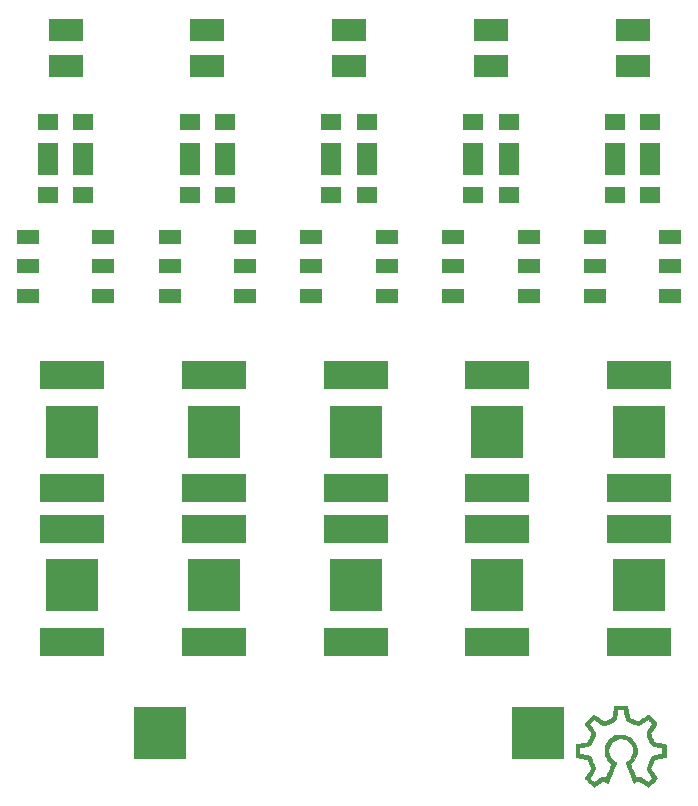
<source format=gbr>
G04 #@! TF.GenerationSoftware,KiCad,Pcbnew,no-vcs-found-e10f0c7~59~ubuntu14.04.1*
G04 #@! TF.CreationDate,2017-08-11T12:14:55+02:00*
G04 #@! TF.ProjectId,_Gauge,B347617567652E6B696361645F706362,rev?*
G04 #@! TF.SameCoordinates,Original*
G04 #@! TF.FileFunction,Soldermask,Top*
G04 #@! TF.FilePolarity,Negative*
%FSLAX46Y46*%
G04 Gerber Fmt 4.6, Leading zero omitted, Abs format (unit mm)*
G04 Created by KiCad (PCBNEW no-vcs-found-e10f0c7~59~ubuntu14.04.1) date Fri Aug 11 12:14:55 2017*
%MOMM*%
%LPD*%
G01*
G04 APERTURE LIST*
%ADD10C,0.010000*%
%ADD11R,4.400000X4.400000*%
%ADD12R,5.480000X2.400000*%
%ADD13R,1.900000X1.200000*%
%ADD14R,3.000000X1.900000*%
%ADD15R,1.700000X1.400000*%
G04 APERTURE END LIST*
D10*
G36*
X123537735Y-125741625D02*
X123545436Y-125782837D01*
X123558281Y-125853690D01*
X123574094Y-125942129D01*
X123582637Y-125990333D01*
X123603970Y-126108801D01*
X123628916Y-126243958D01*
X123652876Y-126370960D01*
X123658333Y-126399347D01*
X123675591Y-126493449D01*
X123689136Y-126576358D01*
X123697130Y-126636343D01*
X123698500Y-126656047D01*
X123700913Y-126684513D01*
X123712045Y-126708378D01*
X123737739Y-126731405D01*
X123783837Y-126757354D01*
X123856182Y-126789987D01*
X123960616Y-126833067D01*
X123994935Y-126846923D01*
X124092547Y-126886452D01*
X124178874Y-126921790D01*
X124244606Y-126949101D01*
X124280430Y-126964547D01*
X124280584Y-126964618D01*
X124359184Y-126999100D01*
X124414830Y-127013665D01*
X124462353Y-127007482D01*
X124516586Y-126979716D01*
X124563943Y-126948704D01*
X124625472Y-126906802D01*
X124672022Y-126874177D01*
X124693334Y-126858043D01*
X124713920Y-126842844D01*
X124762802Y-126808796D01*
X124833115Y-126760627D01*
X124917992Y-126703065D01*
X124936750Y-126690411D01*
X125028391Y-126628295D01*
X125111349Y-126571423D01*
X125177142Y-126525653D01*
X125217289Y-126496844D01*
X125220063Y-126494742D01*
X125267762Y-126466508D01*
X125304963Y-126456000D01*
X125329040Y-126470443D01*
X125378149Y-126510998D01*
X125447734Y-126573501D01*
X125533236Y-126653789D01*
X125630098Y-126747699D01*
X125697610Y-126814691D01*
X125812383Y-126928549D01*
X125900674Y-127016628D01*
X125964079Y-127084828D01*
X126004197Y-127139049D01*
X126022626Y-127185192D01*
X126020962Y-127229157D01*
X126000804Y-127276844D01*
X125963750Y-127334154D01*
X125911397Y-127406987D01*
X125872731Y-127461416D01*
X125799111Y-127567358D01*
X125715653Y-127688236D01*
X125636236Y-127803922D01*
X125607085Y-127846620D01*
X125474451Y-128041323D01*
X125517809Y-128136500D01*
X125542919Y-128193788D01*
X125558571Y-128233671D01*
X125561167Y-128243332D01*
X125569463Y-128266635D01*
X125591553Y-128318513D01*
X125623242Y-128389221D01*
X125635250Y-128415372D01*
X125669186Y-128489981D01*
X125694944Y-128548783D01*
X125708339Y-128582139D01*
X125709334Y-128585957D01*
X125717678Y-128613010D01*
X125738164Y-128660276D01*
X125763970Y-128713759D01*
X125788275Y-128759460D01*
X125804258Y-128783382D01*
X125806005Y-128784333D01*
X125830640Y-128788255D01*
X125885503Y-128798602D01*
X125959362Y-128813246D01*
X125969518Y-128815303D01*
X126071864Y-128835423D01*
X126182240Y-128856127D01*
X126259667Y-128869948D01*
X126354267Y-128886244D01*
X126465118Y-128905364D01*
X126558733Y-128921530D01*
X126635582Y-128933994D01*
X126695101Y-128944989D01*
X126739431Y-128959624D01*
X126770714Y-128983007D01*
X126791091Y-129020250D01*
X126802703Y-129076460D01*
X126807690Y-129156747D01*
X126808195Y-129266220D01*
X126806358Y-129409989D01*
X126805083Y-129509379D01*
X126799417Y-130020869D01*
X126725334Y-130037008D01*
X126660533Y-130050460D01*
X126578337Y-130066673D01*
X126534834Y-130074954D01*
X126454646Y-130090092D01*
X126353987Y-130109256D01*
X126253949Y-130128429D01*
X126249084Y-130129366D01*
X126150340Y-130148074D01*
X126050477Y-130166502D01*
X125970196Y-130180832D01*
X125966404Y-130181487D01*
X125884773Y-130198819D01*
X125832795Y-130222888D01*
X125797922Y-130263789D01*
X125767606Y-130331618D01*
X125762329Y-130345675D01*
X125733920Y-130419610D01*
X125706001Y-130488228D01*
X125696847Y-130509416D01*
X125676981Y-130555774D01*
X125646162Y-130629706D01*
X125609241Y-130719514D01*
X125584101Y-130781278D01*
X125499644Y-130989639D01*
X125550614Y-131067028D01*
X125584310Y-131117343D01*
X125634354Y-131191045D01*
X125692977Y-131276727D01*
X125733023Y-131334916D01*
X125830495Y-131476492D01*
X125906224Y-131587315D01*
X125962755Y-131671309D01*
X126002634Y-131732392D01*
X126028406Y-131774486D01*
X126042617Y-131801512D01*
X126047812Y-131817391D01*
X126048000Y-131820074D01*
X126033577Y-131841228D01*
X125993704Y-131886597D01*
X125933474Y-131951086D01*
X125857978Y-132029598D01*
X125772311Y-132117037D01*
X125681564Y-132208308D01*
X125590831Y-132298315D01*
X125505205Y-132381961D01*
X125429777Y-132454151D01*
X125369641Y-132509789D01*
X125329890Y-132543779D01*
X125316524Y-132552000D01*
X125292357Y-132541128D01*
X125244918Y-132513419D01*
X125185672Y-132476232D01*
X125126085Y-132436927D01*
X125077620Y-132402863D01*
X125053167Y-132382952D01*
X125025946Y-132361322D01*
X124972455Y-132323468D01*
X124900317Y-132274375D01*
X124817151Y-132219024D01*
X124730581Y-132162401D01*
X124648228Y-132109489D01*
X124577713Y-132065270D01*
X124526658Y-132034729D01*
X124502684Y-132022849D01*
X124502413Y-132022833D01*
X124473480Y-132032251D01*
X124418086Y-132057257D01*
X124346830Y-132092980D01*
X124326537Y-132103675D01*
X124232665Y-132153436D01*
X124168862Y-132184290D01*
X124127531Y-132196661D01*
X124101076Y-132190966D01*
X124081901Y-132167628D01*
X124062409Y-132127065D01*
X124058526Y-132118506D01*
X124033702Y-132061908D01*
X124018381Y-132022923D01*
X124016000Y-132014038D01*
X124008023Y-131990359D01*
X123987228Y-131939658D01*
X123961504Y-131880585D01*
X123927352Y-131803807D01*
X123895866Y-131732837D01*
X123879029Y-131694750D01*
X123860616Y-131650847D01*
X123830846Y-131577524D01*
X123793753Y-131484799D01*
X123753368Y-131382690D01*
X123751229Y-131377250D01*
X123709489Y-131272225D01*
X123669417Y-131173486D01*
X123635538Y-131092057D01*
X123612379Y-131038960D01*
X123612204Y-131038583D01*
X123571215Y-130946313D01*
X123529462Y-130845957D01*
X123490021Y-130745737D01*
X123455971Y-130653873D01*
X123430388Y-130578587D01*
X123416347Y-130528101D01*
X123415072Y-130511822D01*
X123435728Y-130489654D01*
X123482788Y-130450795D01*
X123547574Y-130402245D01*
X123575457Y-130382416D01*
X123744507Y-130240678D01*
X123877706Y-130078816D01*
X123973798Y-129899655D01*
X124031532Y-129706021D01*
X124049654Y-129500737D01*
X124036789Y-129342757D01*
X124012782Y-129215092D01*
X123980069Y-129110877D01*
X123931436Y-129011753D01*
X123866625Y-128909554D01*
X123746518Y-128761981D01*
X123602522Y-128640838D01*
X123428239Y-128541237D01*
X123328084Y-128498122D01*
X123236691Y-128474156D01*
X123118297Y-128459820D01*
X122987155Y-128455232D01*
X122857513Y-128460511D01*
X122743623Y-128475778D01*
X122680273Y-128492697D01*
X122481869Y-128585690D01*
X122308356Y-128711592D01*
X122162963Y-128867089D01*
X122048918Y-129048869D01*
X121983509Y-129207666D01*
X121966638Y-129286134D01*
X121955822Y-129394842D01*
X121952250Y-129514583D01*
X121954286Y-129625664D01*
X121961850Y-129709106D01*
X121977127Y-129779472D01*
X122002304Y-129851325D01*
X122003072Y-129853250D01*
X122106052Y-130056770D01*
X122240639Y-130232461D01*
X122405897Y-130379224D01*
X122507211Y-130445855D01*
X122567473Y-130490659D01*
X122589213Y-130534094D01*
X122577349Y-130579045D01*
X122555915Y-130622698D01*
X122529623Y-130681680D01*
X122526380Y-130689333D01*
X122499058Y-130754738D01*
X122460987Y-130846512D01*
X122415298Y-130957047D01*
X122365120Y-131078732D01*
X122313584Y-131203957D01*
X122263820Y-131325112D01*
X122218957Y-131434586D01*
X122182126Y-131524771D01*
X122156458Y-131588056D01*
X122147664Y-131610083D01*
X122115842Y-131688374D01*
X122081393Y-131769333D01*
X122076958Y-131779416D01*
X122053549Y-131833311D01*
X122038933Y-131868848D01*
X122036917Y-131874666D01*
X122027505Y-131898846D01*
X122006871Y-131947160D01*
X121996876Y-131969916D01*
X121963934Y-132045932D01*
X121931683Y-132122685D01*
X121927342Y-132133282D01*
X121902245Y-132181673D01*
X121878717Y-132206455D01*
X121873054Y-132207365D01*
X121844827Y-132195704D01*
X121790229Y-132169011D01*
X121720020Y-132132587D01*
X121704952Y-132124548D01*
X121612532Y-132075612D01*
X121546608Y-132046045D01*
X121496055Y-132035809D01*
X121449745Y-132044866D01*
X121396553Y-132073175D01*
X121325354Y-132120700D01*
X121321659Y-132123214D01*
X121165504Y-132229657D01*
X121031390Y-132321512D01*
X120922223Y-132396772D01*
X120840912Y-132453428D01*
X120790361Y-132489472D01*
X120777500Y-132499161D01*
X120748125Y-132520969D01*
X120721260Y-132533566D01*
X120692590Y-132534189D01*
X120657799Y-132520073D01*
X120612569Y-132488454D01*
X120552584Y-132436569D01*
X120473528Y-132361653D01*
X120371083Y-132260943D01*
X120308551Y-132198867D01*
X120208152Y-132097674D01*
X120118693Y-132004783D01*
X120044365Y-131924773D01*
X119989361Y-131862221D01*
X119957875Y-131821705D01*
X119952000Y-131809542D01*
X119964322Y-131768027D01*
X119990861Y-131724062D01*
X120018406Y-131686350D01*
X120063111Y-131623046D01*
X120118362Y-131543586D01*
X120167232Y-131472500D01*
X120233549Y-131375707D01*
X120301803Y-131276392D01*
X120362274Y-131188687D01*
X120392927Y-131144416D01*
X120446122Y-131062140D01*
X120473628Y-131001794D01*
X120478141Y-130953903D01*
X120462354Y-130908988D01*
X120460722Y-130906004D01*
X120446162Y-130874145D01*
X120419537Y-130810615D01*
X120384043Y-130723232D01*
X120342873Y-130619812D01*
X120320297Y-130562333D01*
X120277690Y-130454866D01*
X120239191Y-130360589D01*
X120207928Y-130286945D01*
X120187024Y-130241374D01*
X120181155Y-130231072D01*
X120162208Y-130218074D01*
X120122475Y-130204009D01*
X120057338Y-130187804D01*
X119962178Y-130168386D01*
X119832380Y-130144684D01*
X119740334Y-130128710D01*
X119642019Y-130111194D01*
X119541157Y-130092149D01*
X119465167Y-130076854D01*
X119388459Y-130061377D01*
X119319843Y-130048820D01*
X119291136Y-130044295D01*
X119240326Y-130033741D01*
X119211761Y-130022950D01*
X119204242Y-129997017D01*
X119198229Y-129930679D01*
X119193799Y-129825842D01*
X119191031Y-129684410D01*
X119190005Y-129508289D01*
X119190001Y-129495767D01*
X119486334Y-129495767D01*
X119486334Y-129772693D01*
X119639792Y-129796697D01*
X119769874Y-129817974D01*
X119904142Y-129841533D01*
X120030912Y-129865196D01*
X120138500Y-129886787D01*
X120211770Y-129903265D01*
X120300774Y-129934667D01*
X120374639Y-129983992D01*
X120438285Y-130057071D01*
X120496630Y-130159736D01*
X120554595Y-130297818D01*
X120562448Y-130318916D01*
X120601528Y-130422248D01*
X120648234Y-130541571D01*
X120693563Y-130653945D01*
X120701128Y-130672260D01*
X120752235Y-130810110D01*
X120778072Y-130924191D01*
X120778210Y-131025013D01*
X120752222Y-131123084D01*
X120699682Y-131228914D01*
X120676959Y-131266507D01*
X120569514Y-131432742D01*
X120438173Y-131625787D01*
X120343821Y-131760117D01*
X120342170Y-131780625D01*
X120360975Y-131814609D01*
X120403506Y-131866339D01*
X120473035Y-131940083D01*
X120511635Y-131979212D01*
X120584639Y-132049882D01*
X120648229Y-132106465D01*
X120696056Y-132143660D01*
X120721769Y-132156163D01*
X120723065Y-132155754D01*
X120748747Y-132139068D01*
X120801312Y-132103659D01*
X120872836Y-132054899D01*
X120946834Y-132004064D01*
X121074695Y-131915874D01*
X121172925Y-131848607D01*
X121246938Y-131799442D01*
X121302147Y-131765554D01*
X121343966Y-131744122D01*
X121377810Y-131732322D01*
X121409092Y-131727331D01*
X121443226Y-131726327D01*
X121479178Y-131726500D01*
X121561723Y-131732034D01*
X121634719Y-131746363D01*
X121666350Y-131758172D01*
X121717775Y-131776455D01*
X121740948Y-131768243D01*
X121753470Y-131741556D01*
X121779893Y-131680593D01*
X121818159Y-131590291D01*
X121866210Y-131475583D01*
X121921989Y-131341406D01*
X121983437Y-131192694D01*
X122048497Y-131034382D01*
X122115111Y-130871406D01*
X122123582Y-130850615D01*
X122164380Y-130749644D01*
X122189328Y-130679911D01*
X122198040Y-130633245D01*
X122190126Y-130601476D01*
X122165197Y-130576431D01*
X122122866Y-130549941D01*
X122108897Y-130541770D01*
X122062783Y-130502837D01*
X122003118Y-130435607D01*
X121936413Y-130349061D01*
X121869176Y-130252182D01*
X121807918Y-130153950D01*
X121759149Y-130063348D01*
X121753581Y-130051552D01*
X121673295Y-129829180D01*
X121634427Y-129601218D01*
X121637156Y-129370980D01*
X121681665Y-129141780D01*
X121700666Y-129081102D01*
X121783566Y-128892258D01*
X121898067Y-128713539D01*
X122038109Y-128550493D01*
X122197637Y-128408669D01*
X122370592Y-128293614D01*
X122550917Y-128210876D01*
X122692854Y-128172333D01*
X122810335Y-128157651D01*
X122950397Y-128150736D01*
X123095453Y-128151646D01*
X123227916Y-128160437D01*
X123298736Y-128170368D01*
X123480780Y-128224048D01*
X123659925Y-128314350D01*
X123830394Y-128435662D01*
X123986404Y-128582373D01*
X124122178Y-128748868D01*
X124231934Y-128929536D01*
X124309894Y-129118764D01*
X124323364Y-129165333D01*
X124340316Y-129260741D01*
X124350298Y-129382971D01*
X124353281Y-129517666D01*
X124349239Y-129650467D01*
X124338142Y-129767018D01*
X124324675Y-129837021D01*
X124247472Y-130049161D01*
X124131624Y-130248763D01*
X123975685Y-130438271D01*
X123958086Y-130456500D01*
X123782034Y-130636416D01*
X123855251Y-130816333D01*
X123899619Y-130924634D01*
X123955305Y-131059492D01*
X124017285Y-131208834D01*
X124080533Y-131360585D01*
X124140022Y-131502674D01*
X124190726Y-131623027D01*
X124209127Y-131666382D01*
X124237929Y-131731611D01*
X124258322Y-131764592D01*
X124278128Y-131772177D01*
X124305168Y-131761217D01*
X124312696Y-131757091D01*
X124361798Y-131741516D01*
X124436002Y-131730699D01*
X124504496Y-131727250D01*
X124549082Y-131726662D01*
X124584757Y-131727311D01*
X124616949Y-131731993D01*
X124651087Y-131743505D01*
X124692597Y-131764644D01*
X124746907Y-131798206D01*
X124819446Y-131846989D01*
X124915641Y-131913788D01*
X125040919Y-132001400D01*
X125053167Y-132009956D01*
X125275417Y-132165162D01*
X125663707Y-131783532D01*
X125465941Y-131492612D01*
X125379059Y-131364080D01*
X125313485Y-131264576D01*
X125266258Y-131188441D01*
X125234414Y-131130016D01*
X125214992Y-131083643D01*
X125205029Y-131043664D01*
X125201564Y-131004422D01*
X125201334Y-130987168D01*
X125209326Y-130941272D01*
X125231369Y-130864335D01*
X125264563Y-130764107D01*
X125306008Y-130648340D01*
X125352803Y-130524784D01*
X125402048Y-130401189D01*
X125450844Y-130285306D01*
X125496290Y-130184885D01*
X125518360Y-130139928D01*
X125595308Y-130033180D01*
X125701300Y-129949274D01*
X125820553Y-129898202D01*
X125891106Y-129880958D01*
X125985036Y-129860718D01*
X126092243Y-129839345D01*
X126202629Y-129818704D01*
X126306094Y-129800658D01*
X126392538Y-129787070D01*
X126451862Y-129779805D01*
X126466042Y-129779086D01*
X126485454Y-129777681D01*
X126498713Y-129768872D01*
X126506991Y-129745885D01*
X126511460Y-129701944D01*
X126513294Y-129630277D01*
X126513665Y-129524107D01*
X126513667Y-129504000D01*
X126513285Y-129401632D01*
X126512240Y-129316529D01*
X126510683Y-129256550D01*
X126508766Y-129229555D01*
X126508375Y-129228804D01*
X126486626Y-129225304D01*
X126433085Y-129215982D01*
X126357615Y-129202565D01*
X126323167Y-129196380D01*
X126208653Y-129175799D01*
X126080410Y-129152808D01*
X125965934Y-129132337D01*
X125964524Y-129132085D01*
X125815850Y-129100527D01*
X125701214Y-129061625D01*
X125612327Y-129008841D01*
X125540901Y-128935636D01*
X125478649Y-128835474D01*
X125417281Y-128701814D01*
X125416386Y-128699666D01*
X125369510Y-128587379D01*
X125317771Y-128463834D01*
X125270203Y-128350592D01*
X125256753Y-128318666D01*
X125219611Y-128226200D01*
X125194394Y-128146773D01*
X125182731Y-128074556D01*
X125186246Y-128003721D01*
X125206567Y-127928439D01*
X125245319Y-127842880D01*
X125304129Y-127741215D01*
X125384624Y-127617616D01*
X125488429Y-127466253D01*
X125498713Y-127451440D01*
X125667376Y-127208631D01*
X125482421Y-127022815D01*
X125410434Y-126951791D01*
X125348688Y-126893296D01*
X125303475Y-126853125D01*
X125281092Y-126837070D01*
X125280552Y-126837000D01*
X125257489Y-126848690D01*
X125208033Y-126880361D01*
X125139895Y-126926912D01*
X125075108Y-126972887D01*
X124986835Y-127035602D01*
X124900639Y-127095281D01*
X124828626Y-127143614D01*
X124795247Y-127164956D01*
X124723365Y-127210703D01*
X124652487Y-127258134D01*
X124631995Y-127272486D01*
X124577628Y-127303434D01*
X124516603Y-127320645D01*
X124444415Y-127323194D01*
X124356562Y-127310160D01*
X124248537Y-127280619D01*
X124115839Y-127233649D01*
X123953961Y-127168325D01*
X123799725Y-127101925D01*
X123641322Y-127023132D01*
X123524008Y-126943880D01*
X123448204Y-126864512D01*
X123415136Y-126789908D01*
X123405801Y-126742037D01*
X123391977Y-126671821D01*
X123382777Y-126625333D01*
X123306560Y-126211731D01*
X123293469Y-126133208D01*
X123270053Y-125990333D01*
X122997443Y-125990333D01*
X122895543Y-125990718D01*
X122810900Y-125991772D01*
X122751427Y-125993342D01*
X122725037Y-125995273D01*
X122724410Y-125995625D01*
X122720836Y-126017394D01*
X122711657Y-126070984D01*
X122698568Y-126146516D01*
X122692588Y-126180833D01*
X122674348Y-126286217D01*
X122655468Y-126396681D01*
X122639735Y-126490059D01*
X122638360Y-126498333D01*
X122606371Y-126661113D01*
X122568741Y-126787851D01*
X122521934Y-126884786D01*
X122462414Y-126958157D01*
X122386646Y-127014204D01*
X122329630Y-127043136D01*
X122118986Y-127135264D01*
X121943064Y-127208047D01*
X121799398Y-127262373D01*
X121685523Y-127299126D01*
X121598974Y-127319193D01*
X121548974Y-127323833D01*
X121502757Y-127322366D01*
X121462047Y-127315476D01*
X121418959Y-127299428D01*
X121365605Y-127270489D01*
X121294100Y-127224925D01*
X121196557Y-127159002D01*
X121186901Y-127152401D01*
X121085119Y-127083041D01*
X120984841Y-127015150D01*
X120896579Y-126955815D01*
X120830840Y-126912124D01*
X120822382Y-126906579D01*
X120708513Y-126832189D01*
X120329041Y-127211661D01*
X120484479Y-127437979D01*
X120553884Y-127539904D01*
X120624423Y-127644973D01*
X120687345Y-127740073D01*
X120729875Y-127805740D01*
X120779610Y-127890989D01*
X120809935Y-127966016D01*
X120820582Y-128039698D01*
X120811287Y-128120912D01*
X120781785Y-128218536D01*
X120731810Y-128341448D01*
X120712547Y-128385113D01*
X120663341Y-128496265D01*
X120613222Y-128610938D01*
X120568727Y-128714099D01*
X120541539Y-128778319D01*
X120500642Y-128867280D01*
X120456643Y-128938505D01*
X120403798Y-128995194D01*
X120336366Y-129040548D01*
X120248603Y-129077767D01*
X120134768Y-129110052D01*
X119989117Y-129140603D01*
X119846167Y-129165890D01*
X119741008Y-129183747D01*
X119647535Y-129199835D01*
X119575596Y-129212444D01*
X119535041Y-129219866D01*
X119533959Y-129220081D01*
X119514425Y-129225705D01*
X119501127Y-129238036D01*
X119492866Y-129264142D01*
X119488445Y-129311087D01*
X119486667Y-129385940D01*
X119486334Y-129495767D01*
X119190001Y-129495767D01*
X119190000Y-129494432D01*
X119189453Y-129330709D01*
X119189324Y-129204152D01*
X119191879Y-129109631D01*
X119199385Y-129042019D01*
X119214108Y-128996186D01*
X119238315Y-128967007D01*
X119274272Y-128949351D01*
X119324247Y-128938091D01*
X119390504Y-128928098D01*
X119444000Y-128919750D01*
X119554109Y-128900905D01*
X119673639Y-128879827D01*
X119777698Y-128860909D01*
X119782667Y-128859983D01*
X119882659Y-128841448D01*
X119987017Y-128822304D01*
X120066013Y-128807982D01*
X120133085Y-128795191D01*
X120180613Y-128784712D01*
X120196489Y-128779681D01*
X120206614Y-128759208D01*
X120230417Y-128707010D01*
X120264711Y-128630192D01*
X120306308Y-128535857D01*
X120322629Y-128498583D01*
X120368789Y-128393055D01*
X120411312Y-128296009D01*
X120446114Y-128216755D01*
X120469110Y-128164600D01*
X120472611Y-128156717D01*
X120493275Y-128101616D01*
X120498237Y-128053610D01*
X120484866Y-128002577D01*
X120450535Y-127938394D01*
X120393530Y-127852271D01*
X120333328Y-127764717D01*
X120260510Y-127658639D01*
X120186347Y-127550463D01*
X120147114Y-127493166D01*
X120089506Y-127409713D01*
X120038291Y-127336844D01*
X119999532Y-127283105D01*
X119980751Y-127258666D01*
X119956549Y-127213422D01*
X119952000Y-127188192D01*
X119966569Y-127162591D01*
X120006824Y-127113248D01*
X120067583Y-127045369D01*
X120143669Y-126964164D01*
X120229901Y-126874840D01*
X120321100Y-126782605D01*
X120412085Y-126692667D01*
X120497678Y-126610234D01*
X120572699Y-126540513D01*
X120631968Y-126488712D01*
X120670305Y-126460040D01*
X120680223Y-126456000D01*
X120709499Y-126467429D01*
X120765689Y-126498669D01*
X120841105Y-126545146D01*
X120928056Y-126602285D01*
X120941308Y-126611281D01*
X121043185Y-126680700D01*
X121147569Y-126751772D01*
X121241546Y-126815706D01*
X121306667Y-126859956D01*
X121372976Y-126905632D01*
X121424783Y-126942560D01*
X121452782Y-126964074D01*
X121454834Y-126966089D01*
X121480118Y-126984952D01*
X121511656Y-127003167D01*
X121559726Y-127015461D01*
X121621743Y-127004800D01*
X121706634Y-126969466D01*
X121719417Y-126963170D01*
X121754633Y-126947482D01*
X121820148Y-126919934D01*
X121906911Y-126884280D01*
X122005870Y-126844272D01*
X122015750Y-126840311D01*
X122269750Y-126738576D01*
X122295900Y-126613163D01*
X122312225Y-126531779D01*
X122332132Y-126428111D01*
X122351910Y-126321573D01*
X122356311Y-126297250D01*
X122375872Y-126188525D01*
X122396554Y-126073612D01*
X122414436Y-125974308D01*
X122417269Y-125958583D01*
X122433096Y-125874830D01*
X122448505Y-125800018D01*
X122459693Y-125752208D01*
X122475423Y-125694000D01*
X123528360Y-125694000D01*
X123537735Y-125741625D01*
X123537735Y-125741625D01*
G37*
X123537735Y-125741625D02*
X123545436Y-125782837D01*
X123558281Y-125853690D01*
X123574094Y-125942129D01*
X123582637Y-125990333D01*
X123603970Y-126108801D01*
X123628916Y-126243958D01*
X123652876Y-126370960D01*
X123658333Y-126399347D01*
X123675591Y-126493449D01*
X123689136Y-126576358D01*
X123697130Y-126636343D01*
X123698500Y-126656047D01*
X123700913Y-126684513D01*
X123712045Y-126708378D01*
X123737739Y-126731405D01*
X123783837Y-126757354D01*
X123856182Y-126789987D01*
X123960616Y-126833067D01*
X123994935Y-126846923D01*
X124092547Y-126886452D01*
X124178874Y-126921790D01*
X124244606Y-126949101D01*
X124280430Y-126964547D01*
X124280584Y-126964618D01*
X124359184Y-126999100D01*
X124414830Y-127013665D01*
X124462353Y-127007482D01*
X124516586Y-126979716D01*
X124563943Y-126948704D01*
X124625472Y-126906802D01*
X124672022Y-126874177D01*
X124693334Y-126858043D01*
X124713920Y-126842844D01*
X124762802Y-126808796D01*
X124833115Y-126760627D01*
X124917992Y-126703065D01*
X124936750Y-126690411D01*
X125028391Y-126628295D01*
X125111349Y-126571423D01*
X125177142Y-126525653D01*
X125217289Y-126496844D01*
X125220063Y-126494742D01*
X125267762Y-126466508D01*
X125304963Y-126456000D01*
X125329040Y-126470443D01*
X125378149Y-126510998D01*
X125447734Y-126573501D01*
X125533236Y-126653789D01*
X125630098Y-126747699D01*
X125697610Y-126814691D01*
X125812383Y-126928549D01*
X125900674Y-127016628D01*
X125964079Y-127084828D01*
X126004197Y-127139049D01*
X126022626Y-127185192D01*
X126020962Y-127229157D01*
X126000804Y-127276844D01*
X125963750Y-127334154D01*
X125911397Y-127406987D01*
X125872731Y-127461416D01*
X125799111Y-127567358D01*
X125715653Y-127688236D01*
X125636236Y-127803922D01*
X125607085Y-127846620D01*
X125474451Y-128041323D01*
X125517809Y-128136500D01*
X125542919Y-128193788D01*
X125558571Y-128233671D01*
X125561167Y-128243332D01*
X125569463Y-128266635D01*
X125591553Y-128318513D01*
X125623242Y-128389221D01*
X125635250Y-128415372D01*
X125669186Y-128489981D01*
X125694944Y-128548783D01*
X125708339Y-128582139D01*
X125709334Y-128585957D01*
X125717678Y-128613010D01*
X125738164Y-128660276D01*
X125763970Y-128713759D01*
X125788275Y-128759460D01*
X125804258Y-128783382D01*
X125806005Y-128784333D01*
X125830640Y-128788255D01*
X125885503Y-128798602D01*
X125959362Y-128813246D01*
X125969518Y-128815303D01*
X126071864Y-128835423D01*
X126182240Y-128856127D01*
X126259667Y-128869948D01*
X126354267Y-128886244D01*
X126465118Y-128905364D01*
X126558733Y-128921530D01*
X126635582Y-128933994D01*
X126695101Y-128944989D01*
X126739431Y-128959624D01*
X126770714Y-128983007D01*
X126791091Y-129020250D01*
X126802703Y-129076460D01*
X126807690Y-129156747D01*
X126808195Y-129266220D01*
X126806358Y-129409989D01*
X126805083Y-129509379D01*
X126799417Y-130020869D01*
X126725334Y-130037008D01*
X126660533Y-130050460D01*
X126578337Y-130066673D01*
X126534834Y-130074954D01*
X126454646Y-130090092D01*
X126353987Y-130109256D01*
X126253949Y-130128429D01*
X126249084Y-130129366D01*
X126150340Y-130148074D01*
X126050477Y-130166502D01*
X125970196Y-130180832D01*
X125966404Y-130181487D01*
X125884773Y-130198819D01*
X125832795Y-130222888D01*
X125797922Y-130263789D01*
X125767606Y-130331618D01*
X125762329Y-130345675D01*
X125733920Y-130419610D01*
X125706001Y-130488228D01*
X125696847Y-130509416D01*
X125676981Y-130555774D01*
X125646162Y-130629706D01*
X125609241Y-130719514D01*
X125584101Y-130781278D01*
X125499644Y-130989639D01*
X125550614Y-131067028D01*
X125584310Y-131117343D01*
X125634354Y-131191045D01*
X125692977Y-131276727D01*
X125733023Y-131334916D01*
X125830495Y-131476492D01*
X125906224Y-131587315D01*
X125962755Y-131671309D01*
X126002634Y-131732392D01*
X126028406Y-131774486D01*
X126042617Y-131801512D01*
X126047812Y-131817391D01*
X126048000Y-131820074D01*
X126033577Y-131841228D01*
X125993704Y-131886597D01*
X125933474Y-131951086D01*
X125857978Y-132029598D01*
X125772311Y-132117037D01*
X125681564Y-132208308D01*
X125590831Y-132298315D01*
X125505205Y-132381961D01*
X125429777Y-132454151D01*
X125369641Y-132509789D01*
X125329890Y-132543779D01*
X125316524Y-132552000D01*
X125292357Y-132541128D01*
X125244918Y-132513419D01*
X125185672Y-132476232D01*
X125126085Y-132436927D01*
X125077620Y-132402863D01*
X125053167Y-132382952D01*
X125025946Y-132361322D01*
X124972455Y-132323468D01*
X124900317Y-132274375D01*
X124817151Y-132219024D01*
X124730581Y-132162401D01*
X124648228Y-132109489D01*
X124577713Y-132065270D01*
X124526658Y-132034729D01*
X124502684Y-132022849D01*
X124502413Y-132022833D01*
X124473480Y-132032251D01*
X124418086Y-132057257D01*
X124346830Y-132092980D01*
X124326537Y-132103675D01*
X124232665Y-132153436D01*
X124168862Y-132184290D01*
X124127531Y-132196661D01*
X124101076Y-132190966D01*
X124081901Y-132167628D01*
X124062409Y-132127065D01*
X124058526Y-132118506D01*
X124033702Y-132061908D01*
X124018381Y-132022923D01*
X124016000Y-132014038D01*
X124008023Y-131990359D01*
X123987228Y-131939658D01*
X123961504Y-131880585D01*
X123927352Y-131803807D01*
X123895866Y-131732837D01*
X123879029Y-131694750D01*
X123860616Y-131650847D01*
X123830846Y-131577524D01*
X123793753Y-131484799D01*
X123753368Y-131382690D01*
X123751229Y-131377250D01*
X123709489Y-131272225D01*
X123669417Y-131173486D01*
X123635538Y-131092057D01*
X123612379Y-131038960D01*
X123612204Y-131038583D01*
X123571215Y-130946313D01*
X123529462Y-130845957D01*
X123490021Y-130745737D01*
X123455971Y-130653873D01*
X123430388Y-130578587D01*
X123416347Y-130528101D01*
X123415072Y-130511822D01*
X123435728Y-130489654D01*
X123482788Y-130450795D01*
X123547574Y-130402245D01*
X123575457Y-130382416D01*
X123744507Y-130240678D01*
X123877706Y-130078816D01*
X123973798Y-129899655D01*
X124031532Y-129706021D01*
X124049654Y-129500737D01*
X124036789Y-129342757D01*
X124012782Y-129215092D01*
X123980069Y-129110877D01*
X123931436Y-129011753D01*
X123866625Y-128909554D01*
X123746518Y-128761981D01*
X123602522Y-128640838D01*
X123428239Y-128541237D01*
X123328084Y-128498122D01*
X123236691Y-128474156D01*
X123118297Y-128459820D01*
X122987155Y-128455232D01*
X122857513Y-128460511D01*
X122743623Y-128475778D01*
X122680273Y-128492697D01*
X122481869Y-128585690D01*
X122308356Y-128711592D01*
X122162963Y-128867089D01*
X122048918Y-129048869D01*
X121983509Y-129207666D01*
X121966638Y-129286134D01*
X121955822Y-129394842D01*
X121952250Y-129514583D01*
X121954286Y-129625664D01*
X121961850Y-129709106D01*
X121977127Y-129779472D01*
X122002304Y-129851325D01*
X122003072Y-129853250D01*
X122106052Y-130056770D01*
X122240639Y-130232461D01*
X122405897Y-130379224D01*
X122507211Y-130445855D01*
X122567473Y-130490659D01*
X122589213Y-130534094D01*
X122577349Y-130579045D01*
X122555915Y-130622698D01*
X122529623Y-130681680D01*
X122526380Y-130689333D01*
X122499058Y-130754738D01*
X122460987Y-130846512D01*
X122415298Y-130957047D01*
X122365120Y-131078732D01*
X122313584Y-131203957D01*
X122263820Y-131325112D01*
X122218957Y-131434586D01*
X122182126Y-131524771D01*
X122156458Y-131588056D01*
X122147664Y-131610083D01*
X122115842Y-131688374D01*
X122081393Y-131769333D01*
X122076958Y-131779416D01*
X122053549Y-131833311D01*
X122038933Y-131868848D01*
X122036917Y-131874666D01*
X122027505Y-131898846D01*
X122006871Y-131947160D01*
X121996876Y-131969916D01*
X121963934Y-132045932D01*
X121931683Y-132122685D01*
X121927342Y-132133282D01*
X121902245Y-132181673D01*
X121878717Y-132206455D01*
X121873054Y-132207365D01*
X121844827Y-132195704D01*
X121790229Y-132169011D01*
X121720020Y-132132587D01*
X121704952Y-132124548D01*
X121612532Y-132075612D01*
X121546608Y-132046045D01*
X121496055Y-132035809D01*
X121449745Y-132044866D01*
X121396553Y-132073175D01*
X121325354Y-132120700D01*
X121321659Y-132123214D01*
X121165504Y-132229657D01*
X121031390Y-132321512D01*
X120922223Y-132396772D01*
X120840912Y-132453428D01*
X120790361Y-132489472D01*
X120777500Y-132499161D01*
X120748125Y-132520969D01*
X120721260Y-132533566D01*
X120692590Y-132534189D01*
X120657799Y-132520073D01*
X120612569Y-132488454D01*
X120552584Y-132436569D01*
X120473528Y-132361653D01*
X120371083Y-132260943D01*
X120308551Y-132198867D01*
X120208152Y-132097674D01*
X120118693Y-132004783D01*
X120044365Y-131924773D01*
X119989361Y-131862221D01*
X119957875Y-131821705D01*
X119952000Y-131809542D01*
X119964322Y-131768027D01*
X119990861Y-131724062D01*
X120018406Y-131686350D01*
X120063111Y-131623046D01*
X120118362Y-131543586D01*
X120167232Y-131472500D01*
X120233549Y-131375707D01*
X120301803Y-131276392D01*
X120362274Y-131188687D01*
X120392927Y-131144416D01*
X120446122Y-131062140D01*
X120473628Y-131001794D01*
X120478141Y-130953903D01*
X120462354Y-130908988D01*
X120460722Y-130906004D01*
X120446162Y-130874145D01*
X120419537Y-130810615D01*
X120384043Y-130723232D01*
X120342873Y-130619812D01*
X120320297Y-130562333D01*
X120277690Y-130454866D01*
X120239191Y-130360589D01*
X120207928Y-130286945D01*
X120187024Y-130241374D01*
X120181155Y-130231072D01*
X120162208Y-130218074D01*
X120122475Y-130204009D01*
X120057338Y-130187804D01*
X119962178Y-130168386D01*
X119832380Y-130144684D01*
X119740334Y-130128710D01*
X119642019Y-130111194D01*
X119541157Y-130092149D01*
X119465167Y-130076854D01*
X119388459Y-130061377D01*
X119319843Y-130048820D01*
X119291136Y-130044295D01*
X119240326Y-130033741D01*
X119211761Y-130022950D01*
X119204242Y-129997017D01*
X119198229Y-129930679D01*
X119193799Y-129825842D01*
X119191031Y-129684410D01*
X119190005Y-129508289D01*
X119190001Y-129495767D01*
X119486334Y-129495767D01*
X119486334Y-129772693D01*
X119639792Y-129796697D01*
X119769874Y-129817974D01*
X119904142Y-129841533D01*
X120030912Y-129865196D01*
X120138500Y-129886787D01*
X120211770Y-129903265D01*
X120300774Y-129934667D01*
X120374639Y-129983992D01*
X120438285Y-130057071D01*
X120496630Y-130159736D01*
X120554595Y-130297818D01*
X120562448Y-130318916D01*
X120601528Y-130422248D01*
X120648234Y-130541571D01*
X120693563Y-130653945D01*
X120701128Y-130672260D01*
X120752235Y-130810110D01*
X120778072Y-130924191D01*
X120778210Y-131025013D01*
X120752222Y-131123084D01*
X120699682Y-131228914D01*
X120676959Y-131266507D01*
X120569514Y-131432742D01*
X120438173Y-131625787D01*
X120343821Y-131760117D01*
X120342170Y-131780625D01*
X120360975Y-131814609D01*
X120403506Y-131866339D01*
X120473035Y-131940083D01*
X120511635Y-131979212D01*
X120584639Y-132049882D01*
X120648229Y-132106465D01*
X120696056Y-132143660D01*
X120721769Y-132156163D01*
X120723065Y-132155754D01*
X120748747Y-132139068D01*
X120801312Y-132103659D01*
X120872836Y-132054899D01*
X120946834Y-132004064D01*
X121074695Y-131915874D01*
X121172925Y-131848607D01*
X121246938Y-131799442D01*
X121302147Y-131765554D01*
X121343966Y-131744122D01*
X121377810Y-131732322D01*
X121409092Y-131727331D01*
X121443226Y-131726327D01*
X121479178Y-131726500D01*
X121561723Y-131732034D01*
X121634719Y-131746363D01*
X121666350Y-131758172D01*
X121717775Y-131776455D01*
X121740948Y-131768243D01*
X121753470Y-131741556D01*
X121779893Y-131680593D01*
X121818159Y-131590291D01*
X121866210Y-131475583D01*
X121921989Y-131341406D01*
X121983437Y-131192694D01*
X122048497Y-131034382D01*
X122115111Y-130871406D01*
X122123582Y-130850615D01*
X122164380Y-130749644D01*
X122189328Y-130679911D01*
X122198040Y-130633245D01*
X122190126Y-130601476D01*
X122165197Y-130576431D01*
X122122866Y-130549941D01*
X122108897Y-130541770D01*
X122062783Y-130502837D01*
X122003118Y-130435607D01*
X121936413Y-130349061D01*
X121869176Y-130252182D01*
X121807918Y-130153950D01*
X121759149Y-130063348D01*
X121753581Y-130051552D01*
X121673295Y-129829180D01*
X121634427Y-129601218D01*
X121637156Y-129370980D01*
X121681665Y-129141780D01*
X121700666Y-129081102D01*
X121783566Y-128892258D01*
X121898067Y-128713539D01*
X122038109Y-128550493D01*
X122197637Y-128408669D01*
X122370592Y-128293614D01*
X122550917Y-128210876D01*
X122692854Y-128172333D01*
X122810335Y-128157651D01*
X122950397Y-128150736D01*
X123095453Y-128151646D01*
X123227916Y-128160437D01*
X123298736Y-128170368D01*
X123480780Y-128224048D01*
X123659925Y-128314350D01*
X123830394Y-128435662D01*
X123986404Y-128582373D01*
X124122178Y-128748868D01*
X124231934Y-128929536D01*
X124309894Y-129118764D01*
X124323364Y-129165333D01*
X124340316Y-129260741D01*
X124350298Y-129382971D01*
X124353281Y-129517666D01*
X124349239Y-129650467D01*
X124338142Y-129767018D01*
X124324675Y-129837021D01*
X124247472Y-130049161D01*
X124131624Y-130248763D01*
X123975685Y-130438271D01*
X123958086Y-130456500D01*
X123782034Y-130636416D01*
X123855251Y-130816333D01*
X123899619Y-130924634D01*
X123955305Y-131059492D01*
X124017285Y-131208834D01*
X124080533Y-131360585D01*
X124140022Y-131502674D01*
X124190726Y-131623027D01*
X124209127Y-131666382D01*
X124237929Y-131731611D01*
X124258322Y-131764592D01*
X124278128Y-131772177D01*
X124305168Y-131761217D01*
X124312696Y-131757091D01*
X124361798Y-131741516D01*
X124436002Y-131730699D01*
X124504496Y-131727250D01*
X124549082Y-131726662D01*
X124584757Y-131727311D01*
X124616949Y-131731993D01*
X124651087Y-131743505D01*
X124692597Y-131764644D01*
X124746907Y-131798206D01*
X124819446Y-131846989D01*
X124915641Y-131913788D01*
X125040919Y-132001400D01*
X125053167Y-132009956D01*
X125275417Y-132165162D01*
X125663707Y-131783532D01*
X125465941Y-131492612D01*
X125379059Y-131364080D01*
X125313485Y-131264576D01*
X125266258Y-131188441D01*
X125234414Y-131130016D01*
X125214992Y-131083643D01*
X125205029Y-131043664D01*
X125201564Y-131004422D01*
X125201334Y-130987168D01*
X125209326Y-130941272D01*
X125231369Y-130864335D01*
X125264563Y-130764107D01*
X125306008Y-130648340D01*
X125352803Y-130524784D01*
X125402048Y-130401189D01*
X125450844Y-130285306D01*
X125496290Y-130184885D01*
X125518360Y-130139928D01*
X125595308Y-130033180D01*
X125701300Y-129949274D01*
X125820553Y-129898202D01*
X125891106Y-129880958D01*
X125985036Y-129860718D01*
X126092243Y-129839345D01*
X126202629Y-129818704D01*
X126306094Y-129800658D01*
X126392538Y-129787070D01*
X126451862Y-129779805D01*
X126466042Y-129779086D01*
X126485454Y-129777681D01*
X126498713Y-129768872D01*
X126506991Y-129745885D01*
X126511460Y-129701944D01*
X126513294Y-129630277D01*
X126513665Y-129524107D01*
X126513667Y-129504000D01*
X126513285Y-129401632D01*
X126512240Y-129316529D01*
X126510683Y-129256550D01*
X126508766Y-129229555D01*
X126508375Y-129228804D01*
X126486626Y-129225304D01*
X126433085Y-129215982D01*
X126357615Y-129202565D01*
X126323167Y-129196380D01*
X126208653Y-129175799D01*
X126080410Y-129152808D01*
X125965934Y-129132337D01*
X125964524Y-129132085D01*
X125815850Y-129100527D01*
X125701214Y-129061625D01*
X125612327Y-129008841D01*
X125540901Y-128935636D01*
X125478649Y-128835474D01*
X125417281Y-128701814D01*
X125416386Y-128699666D01*
X125369510Y-128587379D01*
X125317771Y-128463834D01*
X125270203Y-128350592D01*
X125256753Y-128318666D01*
X125219611Y-128226200D01*
X125194394Y-128146773D01*
X125182731Y-128074556D01*
X125186246Y-128003721D01*
X125206567Y-127928439D01*
X125245319Y-127842880D01*
X125304129Y-127741215D01*
X125384624Y-127617616D01*
X125488429Y-127466253D01*
X125498713Y-127451440D01*
X125667376Y-127208631D01*
X125482421Y-127022815D01*
X125410434Y-126951791D01*
X125348688Y-126893296D01*
X125303475Y-126853125D01*
X125281092Y-126837070D01*
X125280552Y-126837000D01*
X125257489Y-126848690D01*
X125208033Y-126880361D01*
X125139895Y-126926912D01*
X125075108Y-126972887D01*
X124986835Y-127035602D01*
X124900639Y-127095281D01*
X124828626Y-127143614D01*
X124795247Y-127164956D01*
X124723365Y-127210703D01*
X124652487Y-127258134D01*
X124631995Y-127272486D01*
X124577628Y-127303434D01*
X124516603Y-127320645D01*
X124444415Y-127323194D01*
X124356562Y-127310160D01*
X124248537Y-127280619D01*
X124115839Y-127233649D01*
X123953961Y-127168325D01*
X123799725Y-127101925D01*
X123641322Y-127023132D01*
X123524008Y-126943880D01*
X123448204Y-126864512D01*
X123415136Y-126789908D01*
X123405801Y-126742037D01*
X123391977Y-126671821D01*
X123382777Y-126625333D01*
X123306560Y-126211731D01*
X123293469Y-126133208D01*
X123270053Y-125990333D01*
X122997443Y-125990333D01*
X122895543Y-125990718D01*
X122810900Y-125991772D01*
X122751427Y-125993342D01*
X122725037Y-125995273D01*
X122724410Y-125995625D01*
X122720836Y-126017394D01*
X122711657Y-126070984D01*
X122698568Y-126146516D01*
X122692588Y-126180833D01*
X122674348Y-126286217D01*
X122655468Y-126396681D01*
X122639735Y-126490059D01*
X122638360Y-126498333D01*
X122606371Y-126661113D01*
X122568741Y-126787851D01*
X122521934Y-126884786D01*
X122462414Y-126958157D01*
X122386646Y-127014204D01*
X122329630Y-127043136D01*
X122118986Y-127135264D01*
X121943064Y-127208047D01*
X121799398Y-127262373D01*
X121685523Y-127299126D01*
X121598974Y-127319193D01*
X121548974Y-127323833D01*
X121502757Y-127322366D01*
X121462047Y-127315476D01*
X121418959Y-127299428D01*
X121365605Y-127270489D01*
X121294100Y-127224925D01*
X121196557Y-127159002D01*
X121186901Y-127152401D01*
X121085119Y-127083041D01*
X120984841Y-127015150D01*
X120896579Y-126955815D01*
X120830840Y-126912124D01*
X120822382Y-126906579D01*
X120708513Y-126832189D01*
X120329041Y-127211661D01*
X120484479Y-127437979D01*
X120553884Y-127539904D01*
X120624423Y-127644973D01*
X120687345Y-127740073D01*
X120729875Y-127805740D01*
X120779610Y-127890989D01*
X120809935Y-127966016D01*
X120820582Y-128039698D01*
X120811287Y-128120912D01*
X120781785Y-128218536D01*
X120731810Y-128341448D01*
X120712547Y-128385113D01*
X120663341Y-128496265D01*
X120613222Y-128610938D01*
X120568727Y-128714099D01*
X120541539Y-128778319D01*
X120500642Y-128867280D01*
X120456643Y-128938505D01*
X120403798Y-128995194D01*
X120336366Y-129040548D01*
X120248603Y-129077767D01*
X120134768Y-129110052D01*
X119989117Y-129140603D01*
X119846167Y-129165890D01*
X119741008Y-129183747D01*
X119647535Y-129199835D01*
X119575596Y-129212444D01*
X119535041Y-129219866D01*
X119533959Y-129220081D01*
X119514425Y-129225705D01*
X119501127Y-129238036D01*
X119492866Y-129264142D01*
X119488445Y-129311087D01*
X119486667Y-129385940D01*
X119486334Y-129495767D01*
X119190001Y-129495767D01*
X119190000Y-129494432D01*
X119189453Y-129330709D01*
X119189324Y-129204152D01*
X119191879Y-129109631D01*
X119199385Y-129042019D01*
X119214108Y-128996186D01*
X119238315Y-128967007D01*
X119274272Y-128949351D01*
X119324247Y-128938091D01*
X119390504Y-128928098D01*
X119444000Y-128919750D01*
X119554109Y-128900905D01*
X119673639Y-128879827D01*
X119777698Y-128860909D01*
X119782667Y-128859983D01*
X119882659Y-128841448D01*
X119987017Y-128822304D01*
X120066013Y-128807982D01*
X120133085Y-128795191D01*
X120180613Y-128784712D01*
X120196489Y-128779681D01*
X120206614Y-128759208D01*
X120230417Y-128707010D01*
X120264711Y-128630192D01*
X120306308Y-128535857D01*
X120322629Y-128498583D01*
X120368789Y-128393055D01*
X120411312Y-128296009D01*
X120446114Y-128216755D01*
X120469110Y-128164600D01*
X120472611Y-128156717D01*
X120493275Y-128101616D01*
X120498237Y-128053610D01*
X120484866Y-128002577D01*
X120450535Y-127938394D01*
X120393530Y-127852271D01*
X120333328Y-127764717D01*
X120260510Y-127658639D01*
X120186347Y-127550463D01*
X120147114Y-127493166D01*
X120089506Y-127409713D01*
X120038291Y-127336844D01*
X119999532Y-127283105D01*
X119980751Y-127258666D01*
X119956549Y-127213422D01*
X119952000Y-127188192D01*
X119966569Y-127162591D01*
X120006824Y-127113248D01*
X120067583Y-127045369D01*
X120143669Y-126964164D01*
X120229901Y-126874840D01*
X120321100Y-126782605D01*
X120412085Y-126692667D01*
X120497678Y-126610234D01*
X120572699Y-126540513D01*
X120631968Y-126488712D01*
X120670305Y-126460040D01*
X120680223Y-126456000D01*
X120709499Y-126467429D01*
X120765689Y-126498669D01*
X120841105Y-126545146D01*
X120928056Y-126602285D01*
X120941308Y-126611281D01*
X121043185Y-126680700D01*
X121147569Y-126751772D01*
X121241546Y-126815706D01*
X121306667Y-126859956D01*
X121372976Y-126905632D01*
X121424783Y-126942560D01*
X121452782Y-126964074D01*
X121454834Y-126966089D01*
X121480118Y-126984952D01*
X121511656Y-127003167D01*
X121559726Y-127015461D01*
X121621743Y-127004800D01*
X121706634Y-126969466D01*
X121719417Y-126963170D01*
X121754633Y-126947482D01*
X121820148Y-126919934D01*
X121906911Y-126884280D01*
X122005870Y-126844272D01*
X122015750Y-126840311D01*
X122269750Y-126738576D01*
X122295900Y-126613163D01*
X122312225Y-126531779D01*
X122332132Y-126428111D01*
X122351910Y-126321573D01*
X122356311Y-126297250D01*
X122375872Y-126188525D01*
X122396554Y-126073612D01*
X122414436Y-125974308D01*
X122417269Y-125958583D01*
X122433096Y-125874830D01*
X122448505Y-125800018D01*
X122459693Y-125752208D01*
X122475423Y-125694000D01*
X123528360Y-125694000D01*
X123537735Y-125741625D01*
D11*
X76550000Y-102500000D03*
D12*
X76550000Y-107300000D03*
X76550000Y-97700000D03*
D13*
X79200000Y-86000000D03*
X79200000Y-88500000D03*
X79200000Y-91000000D03*
X72800000Y-86000000D03*
X72800000Y-88500000D03*
X72800000Y-91000000D03*
X91200000Y-86000000D03*
X91200000Y-88500000D03*
X91200000Y-91000000D03*
X84800000Y-86000000D03*
X84800000Y-88500000D03*
X84800000Y-91000000D03*
X103200000Y-86000000D03*
X103200000Y-88500000D03*
X103200000Y-91000000D03*
X96800000Y-86000000D03*
X96800000Y-88500000D03*
X96800000Y-91000000D03*
X115200000Y-86000000D03*
X115200000Y-88500000D03*
X115200000Y-91000000D03*
X108800000Y-86000000D03*
X108800000Y-88500000D03*
X108800000Y-91000000D03*
X127200000Y-86000000D03*
X127200000Y-88500000D03*
X127200000Y-91000000D03*
X120800000Y-86000000D03*
X120800000Y-88500000D03*
X120800000Y-91000000D03*
D14*
X76000000Y-68500000D03*
X76000000Y-71500000D03*
D11*
X116000000Y-128000000D03*
X84000000Y-128000000D03*
D12*
X76550000Y-110700000D03*
X76550000Y-120300000D03*
D11*
X76550000Y-115500000D03*
D12*
X88550000Y-110700000D03*
X88550000Y-120300000D03*
D11*
X88550000Y-115500000D03*
D12*
X88550000Y-97700000D03*
X88550000Y-107300000D03*
D11*
X88550000Y-102500000D03*
D12*
X100550000Y-110700000D03*
X100550000Y-120300000D03*
D11*
X100550000Y-115500000D03*
D12*
X100550000Y-97700000D03*
X100550000Y-107300000D03*
D11*
X100550000Y-102500000D03*
D12*
X112550000Y-110700000D03*
X112550000Y-120300000D03*
D11*
X112550000Y-115500000D03*
X112550000Y-102500000D03*
D12*
X112550000Y-107300000D03*
X112550000Y-97700000D03*
X124550000Y-110700000D03*
X124550000Y-120300000D03*
D11*
X124550000Y-115500000D03*
X124550000Y-102500000D03*
D12*
X124550000Y-107300000D03*
X124550000Y-97700000D03*
D14*
X88000000Y-68500000D03*
X88000000Y-71500000D03*
X100000000Y-71500000D03*
X100000000Y-68500000D03*
X112000000Y-71500000D03*
X112000000Y-68500000D03*
X124000000Y-68500000D03*
X124000000Y-71500000D03*
D15*
X74500000Y-78700000D03*
X74500000Y-76300000D03*
X77500000Y-80050000D03*
X77500000Y-82450000D03*
X77500000Y-76300000D03*
X77500000Y-78700000D03*
X86500000Y-80050000D03*
X86500000Y-82450000D03*
X74500000Y-80050000D03*
X74500000Y-82450000D03*
X86500000Y-76300000D03*
X86500000Y-78700000D03*
X89500000Y-82450000D03*
X89500000Y-80050000D03*
X89500000Y-76300000D03*
X89500000Y-78700000D03*
X98500000Y-82450000D03*
X98500000Y-80050000D03*
X98500000Y-76300000D03*
X98500000Y-78700000D03*
X101500000Y-80050000D03*
X101500000Y-82450000D03*
X101500000Y-78700000D03*
X101500000Y-76300000D03*
X110500000Y-82450000D03*
X110500000Y-80050000D03*
X110500000Y-76300000D03*
X110500000Y-78700000D03*
X113500000Y-80050000D03*
X113500000Y-82450000D03*
X113500000Y-78700000D03*
X113500000Y-76300000D03*
X122500000Y-80050000D03*
X122500000Y-82450000D03*
X122500000Y-78700000D03*
X122500000Y-76300000D03*
X125500000Y-80050000D03*
X125500000Y-82450000D03*
X125500000Y-76300000D03*
X125500000Y-78700000D03*
M02*

</source>
